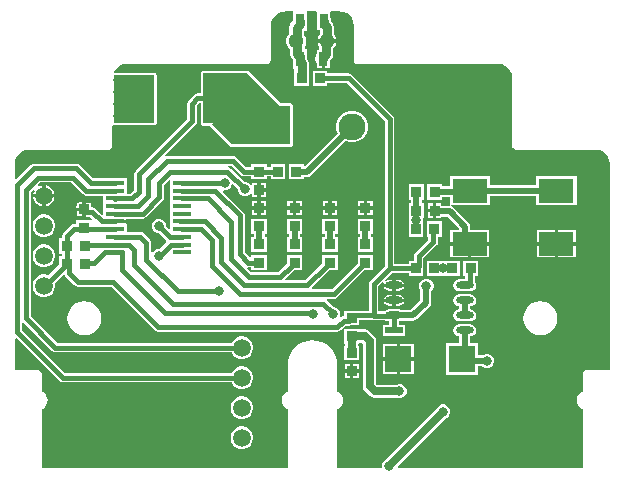
<source format=gbr>
%TF.GenerationSoftware,Altium Limited,Altium Designer,21.6.4 (81)*%
G04 Layer_Physical_Order=2*
G04 Layer_Color=16711680*
%FSLAX43Y43*%
%MOMM*%
%TF.SameCoordinates,1CE7F002-25C6-4FEA-A4B7-191A7A1919B5*%
%TF.FilePolarity,Positive*%
%TF.FileFunction,Copper,L2,Bot,Signal*%
%TF.Part,Single*%
G01*
G75*
%TA.AperFunction,SMDPad,CuDef*%
%ADD10R,0.850X0.900*%
%ADD11R,1.500X0.600*%
%ADD12O,1.500X0.600*%
%TA.AperFunction,Conductor*%
%ADD18C,0.400*%
%ADD19C,0.500*%
%TA.AperFunction,ComponentPad*%
%ADD24C,1.300*%
%ADD25C,1.500*%
%TA.AperFunction,ViaPad*%
%ADD27C,0.800*%
%TA.AperFunction,SMDPad,CuDef*%
%ADD28R,0.800X1.250*%
%ADD29R,0.900X0.850*%
%ADD30R,1.800X1.450*%
%ADD31R,2.300X2.300*%
%ADD32R,1.600X0.400*%
%ADD33R,3.000X2.000*%
%TA.AperFunction,Conductor*%
%ADD34C,0.700*%
%ADD35C,0.800*%
%ADD36C,0.300*%
%ADD37R,3.220X3.300*%
%ADD38R,3.515X4.290*%
%ADD39R,3.480X4.040*%
%TA.AperFunction,ComponentPad*%
%ADD40C,2.286*%
G36*
X27852Y48416D02*
Y48416D01*
X27974Y48404D01*
X28155Y48380D01*
X28437Y48263D01*
X28680Y48077D01*
X28866Y47835D01*
X28983Y47553D01*
X29020Y47269D01*
X29017Y47252D01*
Y44302D01*
X29042Y44175D01*
X29115Y44067D01*
X29223Y43994D01*
X29350Y43969D01*
X29360Y43971D01*
X29370Y43969D01*
X41239D01*
X41252Y43966D01*
Y43966D01*
X41374Y43954D01*
X41555Y43930D01*
X41837Y43813D01*
X42080Y43627D01*
X42266Y43385D01*
X42383Y43103D01*
X42420Y42819D01*
X42417Y42802D01*
Y37052D01*
X42442Y36925D01*
X42515Y36817D01*
X42623Y36744D01*
X42750Y36719D01*
X49489D01*
X49502Y36716D01*
Y36716D01*
X49624Y36704D01*
X49805Y36680D01*
X50087Y36563D01*
X50330Y36377D01*
X50516Y36135D01*
X50633Y35853D01*
X50670Y35569D01*
X50667Y35552D01*
Y18086D01*
X48750D01*
X48623Y18060D01*
X48515Y17988D01*
X48442Y17880D01*
X48417Y17752D01*
X48417Y17752D01*
X48417Y17752D01*
Y16257D01*
X48333Y16222D01*
X48161Y16090D01*
X48028Y15917D01*
X47945Y15716D01*
X47916Y15500D01*
X47945Y15284D01*
X48028Y15083D01*
X48161Y14910D01*
X48333Y14778D01*
X48417Y14743D01*
Y9760D01*
X32779D01*
X32730Y9877D01*
X36845Y13992D01*
X36940Y14031D01*
X37109Y14200D01*
X37200Y14421D01*
Y14659D01*
X37109Y14880D01*
X36940Y15049D01*
X36719Y15140D01*
X36481D01*
X36260Y15049D01*
X36091Y14880D01*
X36052Y14785D01*
X31765Y10498D01*
X31670Y10459D01*
X31501Y10290D01*
X31410Y10069D01*
Y9831D01*
X31363Y9760D01*
X27593D01*
Y14743D01*
X27677Y14778D01*
X27850Y14910D01*
X27982Y15083D01*
X28066Y15284D01*
X28094Y15500D01*
X28066Y15716D01*
X27982Y15917D01*
X27850Y16090D01*
X27677Y16222D01*
X27593Y16257D01*
Y18490D01*
X27593Y18490D01*
X27597D01*
X27557Y18897D01*
X27438Y19289D01*
X27245Y19649D01*
X26986Y19966D01*
X26670Y20225D01*
X26309Y20418D01*
X25917Y20537D01*
X25510Y20577D01*
X25103Y20537D01*
X24711Y20418D01*
X24351Y20225D01*
X24034Y19966D01*
X23775Y19649D01*
X23582Y19289D01*
X23463Y18897D01*
X23423Y18490D01*
X23427D01*
Y16257D01*
X23343Y16222D01*
X23170Y16090D01*
X23038Y15917D01*
X22954Y15716D01*
X22926Y15500D01*
X22954Y15284D01*
X23038Y15083D01*
X23170Y14910D01*
X23343Y14778D01*
X23427Y14743D01*
Y9760D01*
X2584D01*
Y14743D01*
X2667Y14778D01*
X2840Y14910D01*
X2973Y15083D01*
X3056Y15284D01*
X3084Y15500D01*
X3056Y15716D01*
X2973Y15917D01*
X2840Y16090D01*
X2667Y16222D01*
X2584Y16257D01*
Y17752D01*
X2584Y17752D01*
X2558Y17880D01*
X2486Y17988D01*
X2378Y18060D01*
X2250Y18086D01*
X334D01*
Y20724D01*
X451Y20772D01*
X4102Y17122D01*
X4102Y17122D01*
X4234Y17033D01*
X4390Y17002D01*
X18673D01*
X18774Y16827D01*
X18951Y16650D01*
X19168Y16525D01*
X19410Y16460D01*
X19660D01*
X19901Y16525D01*
X20118Y16650D01*
X20295Y16827D01*
X20420Y17043D01*
X20485Y17285D01*
Y17535D01*
X20420Y17777D01*
X20295Y17993D01*
X20118Y18170D01*
X19901Y18295D01*
X19660Y18360D01*
X19410D01*
X19168Y18295D01*
X18951Y18170D01*
X18774Y17993D01*
X18673Y17818D01*
X4559D01*
X928Y21449D01*
Y22016D01*
X1055Y22068D01*
X3462Y19662D01*
X3594Y19573D01*
X3750Y19542D01*
X18673D01*
X18774Y19367D01*
X18951Y19190D01*
X19168Y19065D01*
X19410Y19000D01*
X19660D01*
X19901Y19065D01*
X20118Y19190D01*
X20295Y19367D01*
X20420Y19583D01*
X20485Y19825D01*
Y20075D01*
X20420Y20317D01*
X20295Y20533D01*
X20118Y20710D01*
X19901Y20835D01*
X19660Y20900D01*
X19410D01*
X19168Y20835D01*
X18951Y20710D01*
X18774Y20533D01*
X18673Y20358D01*
X3919D01*
X1662Y22615D01*
Y33115D01*
X1881Y33334D01*
X1983Y33256D01*
X1931Y33167D01*
X1878Y32970D01*
X2620D01*
Y33712D01*
X2423Y33659D01*
X2334Y33607D01*
X2256Y33709D01*
X2489Y33942D01*
X5091D01*
X6087Y32947D01*
X6087Y32947D01*
X6219Y32858D01*
X6375Y32827D01*
X6375Y32827D01*
X7790D01*
Y32185D01*
Y31253D01*
X7673Y31204D01*
X7149Y31728D01*
X7016Y31817D01*
X6860Y31848D01*
X6780Y31935D01*
Y32240D01*
X6330D01*
Y31665D01*
Y31047D01*
X6405Y31032D01*
X6691D01*
X6875Y30848D01*
X6804Y30740D01*
X5530D01*
Y30428D01*
X5340D01*
X5340Y30428D01*
X5184Y30396D01*
X5051Y30308D01*
X5051Y30308D01*
X4472Y29729D01*
X4384Y29596D01*
X4352Y29440D01*
X4352Y29440D01*
Y29220D01*
X4070D01*
Y27920D01*
X4287D01*
Y27690D01*
X4070D01*
Y26992D01*
X3154Y26075D01*
X3137Y26085D01*
X2895Y26150D01*
X2645D01*
X2403Y26085D01*
X2187Y25960D01*
X2010Y25783D01*
X1885Y25567D01*
X1820Y25325D01*
Y25075D01*
X1885Y24833D01*
X2010Y24617D01*
X2187Y24440D01*
X2403Y24315D01*
X2645Y24250D01*
X2895D01*
X3137Y24315D01*
X3353Y24440D01*
X3530Y24617D01*
X3655Y24833D01*
X3720Y25075D01*
Y25325D01*
X3686Y25454D01*
X4371Y26140D01*
X4408Y26140D01*
X4522Y26110D01*
X4589Y26010D01*
X5357Y25242D01*
X5489Y25153D01*
X5646Y25122D01*
X8461D01*
X12165Y21418D01*
X12165Y21418D01*
X12297Y21330D01*
X12453Y21299D01*
X12453Y21299D01*
X27617D01*
X27617Y21299D01*
X27773Y21330D01*
X27905Y21418D01*
X28092Y21605D01*
X28190Y21524D01*
X28190Y21413D01*
Y20285D01*
X28269D01*
Y20130D01*
X28190D01*
Y18880D01*
X29490D01*
Y20130D01*
X29391D01*
Y20285D01*
X29490D01*
Y20369D01*
X29708D01*
X29789Y20288D01*
Y16670D01*
X29832Y16455D01*
X29953Y16274D01*
X30374Y15853D01*
X30555Y15732D01*
X30770Y15689D01*
X32666D01*
X32761Y15650D01*
X32999D01*
X33220Y15741D01*
X33389Y15910D01*
X33480Y16131D01*
Y16369D01*
X33389Y16590D01*
X33220Y16759D01*
X32999Y16850D01*
X32761D01*
X32666Y16811D01*
X31002D01*
X30911Y16902D01*
Y20520D01*
X30868Y20735D01*
X30747Y20916D01*
X30336Y21327D01*
X30155Y21448D01*
X29940Y21491D01*
X29490D01*
Y21535D01*
X28316D01*
X28201Y21535D01*
X28120Y21633D01*
X28314Y21827D01*
X28615D01*
X28615Y21827D01*
X28654Y21835D01*
X29490D01*
Y22277D01*
X30561D01*
X30687Y22252D01*
X31699D01*
X31768Y22206D01*
X31963Y22167D01*
X32006D01*
Y21907D01*
X31463D01*
Y20907D01*
X33363D01*
Y21907D01*
X32821D01*
Y22167D01*
X32863D01*
X33059Y22206D01*
X33077Y22218D01*
X34017D01*
X34192Y22253D01*
X34341Y22352D01*
X35437Y23448D01*
X35536Y23597D01*
X35571Y23773D01*
Y24733D01*
X35679Y24840D01*
X35770Y25061D01*
Y25299D01*
X35679Y25520D01*
X35510Y25689D01*
X35289Y25780D01*
X35051D01*
X34830Y25689D01*
X34661Y25520D01*
X34570Y25299D01*
Y25061D01*
X34654Y24858D01*
Y23963D01*
X33827Y23136D01*
X33077D01*
X33059Y23148D01*
X32863Y23187D01*
X31963D01*
X31768Y23148D01*
X31649Y23068D01*
X31095D01*
Y25138D01*
X31463Y25506D01*
X31561Y25425D01*
X31540Y25392D01*
X31534Y25367D01*
X32263D01*
Y25676D01*
X31963D01*
X31788Y25641D01*
X31755Y25619D01*
X31674Y25717D01*
X32209Y26252D01*
X33657D01*
Y26010D01*
X34907D01*
Y26846D01*
X34915Y26885D01*
Y27508D01*
X36018Y28612D01*
X36018Y28612D01*
X36107Y28744D01*
X36138Y28900D01*
Y29335D01*
X36463D01*
Y30635D01*
X35213D01*
Y29335D01*
X35322D01*
Y29069D01*
X34218Y27965D01*
X34130Y27833D01*
X34099Y27677D01*
X34099Y27677D01*
Y27310D01*
X33657D01*
Y27068D01*
X32448D01*
Y39300D01*
X32448Y39300D01*
X32417Y39456D01*
X32328Y39588D01*
X32328Y39588D01*
X28868Y43048D01*
X28736Y43137D01*
X28580Y43168D01*
X28580Y43168D01*
X26780D01*
Y43410D01*
X25530D01*
Y42110D01*
X26780D01*
Y42352D01*
X28411D01*
X31632Y39131D01*
Y26829D01*
X30399Y25595D01*
X30310Y25463D01*
X30279Y25307D01*
X30279Y25307D01*
Y23093D01*
X29090D01*
X29090Y23093D01*
X29051Y23085D01*
X28190D01*
Y22643D01*
X28145D01*
X27989Y22612D01*
X27944Y22582D01*
X27841Y22666D01*
X27860Y22711D01*
Y22949D01*
X27769Y23170D01*
X27600Y23339D01*
X27379Y23430D01*
X27260D01*
X26735Y23955D01*
X26758Y24046D01*
X26783Y24082D01*
X27340D01*
X27340Y24082D01*
X27496Y24113D01*
X27628Y24202D01*
X29952Y26525D01*
X30650D01*
Y27775D01*
X29350D01*
Y27077D01*
X27171Y24898D01*
X25504D01*
X25451Y25025D01*
X26952Y26525D01*
X27650D01*
Y27775D01*
X26350D01*
Y27077D01*
X24911Y25638D01*
X23239D01*
X23186Y25765D01*
X23946Y26525D01*
X24645D01*
Y27775D01*
X23345D01*
Y27077D01*
X22625Y26358D01*
X20279D01*
X20010Y26627D01*
X20072Y26744D01*
X20080Y26742D01*
X20345D01*
Y26525D01*
X21645D01*
Y27775D01*
X20345D01*
Y27633D01*
X20218Y27589D01*
X19768Y28039D01*
Y31180D01*
X19737Y31336D01*
X19648Y31468D01*
X17959Y33158D01*
X18011Y33285D01*
X18194D01*
X18415Y33376D01*
X18584Y33545D01*
X18658Y33726D01*
X18792Y33771D01*
X19190Y33374D01*
Y33231D01*
X19281Y33010D01*
X19450Y32842D01*
X19671Y32750D01*
X19909D01*
X20130Y32842D01*
X20273Y32985D01*
X20392Y32951D01*
X20400Y32946D01*
Y32735D01*
X20850D01*
Y33310D01*
Y33885D01*
X20400D01*
Y33755D01*
X20392Y33750D01*
X20273Y33716D01*
X20130Y33859D01*
X19909Y33950D01*
X19767D01*
X18599Y35119D01*
X18466Y35207D01*
X18375Y35225D01*
X18387Y35352D01*
X18661D01*
X19442Y34572D01*
X19442Y34572D01*
X19574Y34483D01*
X19730Y34452D01*
X19730Y34452D01*
X20350D01*
Y34235D01*
X21650D01*
Y34447D01*
X21975D01*
Y34200D01*
X23225D01*
Y35500D01*
X21975D01*
Y35263D01*
X21650D01*
Y35485D01*
X20350D01*
Y35268D01*
X19899D01*
X19118Y36048D01*
X18986Y36137D01*
X18830Y36168D01*
X18830Y36168D01*
X13170D01*
X13170Y36168D01*
X13113Y36156D01*
X13050Y36274D01*
X15618Y38842D01*
X15618Y38842D01*
X15707Y38974D01*
X15738Y39130D01*
X15738Y39130D01*
Y40451D01*
X15944Y40657D01*
X16071Y40650D01*
Y38920D01*
X16087Y38842D01*
X16131Y38776D01*
X16197Y38732D01*
X16275Y38716D01*
X16868D01*
X16873Y38708D01*
X16873Y38708D01*
X18566Y37016D01*
X18632Y36972D01*
X18710Y36956D01*
X23650Y36956D01*
X23728Y36972D01*
X23794Y37016D01*
X23838Y37082D01*
X23854Y37160D01*
Y39530D01*
X23854Y39530D01*
X23854Y39530D01*
Y40460D01*
X23838Y40538D01*
X23794Y40604D01*
X23728Y40648D01*
X23650Y40664D01*
X22804D01*
X20114Y43354D01*
X20048Y43398D01*
X19970Y43414D01*
X16275D01*
X16197Y43398D01*
X16131Y43354D01*
X16087Y43288D01*
X16071Y43210D01*
Y41478D01*
X15780D01*
X15624Y41447D01*
X15492Y41358D01*
X15492Y41358D01*
X15042Y40908D01*
X14953Y40776D01*
X14922Y40620D01*
X14922Y40620D01*
Y39299D01*
X10535Y34912D01*
X10447Y34780D01*
X10416Y34624D01*
X10416Y34624D01*
Y33303D01*
X10106Y32993D01*
X9790D01*
Y34285D01*
X8829D01*
X8790Y34293D01*
X6934D01*
X5808Y35418D01*
X5676Y35507D01*
X5520Y35538D01*
X5520Y35538D01*
X1960D01*
X1804Y35507D01*
X1672Y35418D01*
X451Y34198D01*
X334Y34246D01*
Y35552D01*
X332Y35564D01*
X370Y35855D01*
X487Y36137D01*
X673Y36380D01*
X915Y36566D01*
X1197Y36683D01*
X1489Y36721D01*
X1500Y36719D01*
X8250D01*
X8378Y36744D01*
X8486Y36817D01*
X8558Y36925D01*
X8584Y37052D01*
Y38738D01*
X8630Y38776D01*
X12110D01*
X12188Y38792D01*
X12254Y38836D01*
X12298Y38902D01*
X12314Y38980D01*
Y43020D01*
X12298Y43098D01*
X12254Y43164D01*
X12188Y43208D01*
X12110Y43224D01*
X8793D01*
X8723Y43330D01*
X8747Y43387D01*
X8933Y43630D01*
X9175Y43816D01*
X9457Y43933D01*
X9743Y43970D01*
X9750Y43969D01*
X21650D01*
X21778Y43994D01*
X21886Y44067D01*
X21958Y44175D01*
X21984Y44302D01*
Y47252D01*
X21982Y47260D01*
X22020Y47545D01*
X22137Y47827D01*
X22323Y48070D01*
X22565Y48256D01*
X22847Y48373D01*
X23147Y48412D01*
X23150Y48409D01*
Y48409D01*
X23201Y48419D01*
X23756D01*
X23881Y48415D01*
X23881Y48292D01*
Y47649D01*
X23876Y47626D01*
X23737Y47486D01*
X23604Y47288D01*
X23558Y47054D01*
Y46510D01*
X23470Y46422D01*
X23358Y46228D01*
X23300Y46012D01*
Y45788D01*
X23358Y45572D01*
X23470Y45378D01*
X23628Y45220D01*
X23634Y45216D01*
Y44830D01*
X23680Y44596D01*
X23813Y44397D01*
X23838Y44372D01*
Y44175D01*
X23850Y44116D01*
Y43575D01*
X23993D01*
Y43410D01*
X23980D01*
Y42110D01*
X25230D01*
Y43410D01*
X25217D01*
Y44020D01*
X25170Y44254D01*
X25057Y44424D01*
X25050Y44459D01*
Y44566D01*
X25062Y44625D01*
X25050Y44684D01*
Y45225D01*
X24857D01*
Y45425D01*
X24942Y45572D01*
X25000Y45788D01*
Y46012D01*
X24942Y46228D01*
X24830Y46422D01*
X24781Y46471D01*
Y46765D01*
X25081D01*
Y47306D01*
X25093Y47365D01*
Y47590D01*
X25081Y47649D01*
X25081Y48415D01*
X25207Y48419D01*
X25826D01*
X25931Y48365D01*
X25931Y48292D01*
Y47847D01*
X25916Y47824D01*
X25869Y47590D01*
Y47365D01*
X25916Y47131D01*
X25931Y47108D01*
Y46815D01*
X26119D01*
Y46400D01*
X26110Y46391D01*
X26005Y46209D01*
X25962Y46050D01*
X26750D01*
X27538D01*
X27495Y46209D01*
X27390Y46391D01*
X27342Y46439D01*
Y47116D01*
X27296Y47350D01*
X27163Y47549D01*
X27086Y47626D01*
X27046Y47824D01*
X27031Y47847D01*
X27031Y48365D01*
X27136Y48419D01*
X27839D01*
X27852Y48416D01*
D02*
G37*
G36*
X23650Y39530D02*
Y37160D01*
X18710Y37160D01*
X17017Y38853D01*
X17066Y38970D01*
X18225D01*
Y39695D01*
X17175D01*
Y39845D01*
X17025D01*
Y40720D01*
X16275D01*
Y41420D01*
X17025D01*
Y42295D01*
X17175D01*
Y42445D01*
X18225D01*
Y43170D01*
X18335Y43210D01*
X19970D01*
X23650Y39530D01*
D02*
G37*
G36*
X13490Y34124D02*
Y33485D01*
Y32835D01*
Y32185D01*
Y31535D01*
Y30885D01*
Y30030D01*
X13373Y29982D01*
X13098Y30257D01*
Y30399D01*
X13006Y30620D01*
X12838Y30789D01*
X12617Y30880D01*
X12378D01*
X12158Y30789D01*
X11989Y30620D01*
X11898Y30399D01*
Y30161D01*
X11989Y29940D01*
X12158Y29771D01*
X12378Y29680D01*
X12521D01*
X13142Y29059D01*
X13154Y29035D01*
X13156Y28893D01*
X12599Y28335D01*
X12381D01*
X12160Y28244D01*
X11991Y28075D01*
X11975Y28035D01*
X11848Y28061D01*
Y28821D01*
X11817Y28977D01*
X11728Y29109D01*
X11728Y29109D01*
X11214Y29623D01*
X11082Y29712D01*
X10926Y29743D01*
X10926Y29743D01*
X9790D01*
Y30385D01*
X9740D01*
Y30485D01*
X8790D01*
Y30785D01*
X9740D01*
Y30877D01*
X11135D01*
X11135Y30877D01*
X11291Y30908D01*
X11423Y30997D01*
X12828Y32402D01*
X12828Y32402D01*
X12917Y32534D01*
X12948Y32690D01*
Y33761D01*
X13363Y34177D01*
X13490Y34124D01*
D02*
G37*
%LPC*%
G36*
X27538Y45750D02*
X26750D01*
X25962D01*
X26005Y45591D01*
X26043Y45525D01*
Y45175D01*
X25900D01*
Y44882D01*
X25885Y44859D01*
X25851Y44688D01*
X25815Y44634D01*
X25768Y44400D01*
X25815Y44166D01*
X25900Y44039D01*
Y43625D01*
X26300D01*
Y44400D01*
X26600D01*
Y43625D01*
X27000D01*
Y44143D01*
X27015Y44166D01*
X27055Y44365D01*
X27087Y44397D01*
X27220Y44596D01*
X27266Y44830D01*
Y45285D01*
X27390Y45409D01*
X27495Y45591D01*
X27538Y45750D01*
D02*
G37*
G36*
X29037Y40008D02*
X28683D01*
X28342Y39916D01*
X28035Y39740D01*
X27785Y39490D01*
X27609Y39183D01*
X27517Y38842D01*
Y38488D01*
X27609Y38147D01*
X27639Y38093D01*
X24902Y35356D01*
X24775Y35408D01*
Y35500D01*
X23525D01*
Y34200D01*
X24775D01*
Y34378D01*
X25032D01*
X25208Y34413D01*
X25357Y34513D01*
X28288Y37444D01*
X28342Y37414D01*
X28683Y37322D01*
X29037D01*
X29378Y37414D01*
X29685Y37590D01*
X29935Y37840D01*
X30111Y38147D01*
X30203Y38488D01*
Y38842D01*
X30111Y39183D01*
X29935Y39490D01*
X29685Y39740D01*
X29378Y39916D01*
X29037Y40008D01*
D02*
G37*
G36*
X47875Y34450D02*
X44475D01*
Y33709D01*
X40525D01*
Y34450D01*
X37125D01*
Y33599D01*
X36490D01*
Y33790D01*
X35240D01*
Y32490D01*
X36490D01*
Y32681D01*
X37125D01*
Y32070D01*
X37125Y32050D01*
X37077Y31943D01*
X36430D01*
Y32160D01*
X36005D01*
Y31560D01*
Y30960D01*
X36430D01*
Y31025D01*
X36956D01*
X37954Y30027D01*
X37940Y29900D01*
X37175D01*
Y28900D01*
X38825D01*
X40475D01*
Y29900D01*
X38882D01*
Y30207D01*
X38847Y30383D01*
X38747Y30532D01*
X37471Y31808D01*
X37322Y31908D01*
X37245Y31923D01*
X37258Y32050D01*
X40525D01*
Y32791D01*
X44475D01*
Y32050D01*
X47875D01*
Y34450D01*
D02*
G37*
G36*
X21600Y33885D02*
X21150D01*
Y33460D01*
X21600D01*
Y33885D01*
D02*
G37*
G36*
X2920Y33712D02*
Y32970D01*
X3662D01*
X3609Y33167D01*
X3490Y33373D01*
X3323Y33540D01*
X3117Y33659D01*
X2920Y33712D01*
D02*
G37*
G36*
X21600Y33160D02*
X21150D01*
Y32735D01*
X21600D01*
Y33160D01*
D02*
G37*
G36*
X2620Y32670D02*
X1878D01*
X1931Y32473D01*
X2050Y32267D01*
X2217Y32100D01*
X2423Y31981D01*
X2620Y31928D01*
Y32670D01*
D02*
G37*
G36*
X3662D02*
X2920D01*
Y31928D01*
X3117Y31981D01*
X3323Y32100D01*
X3490Y32267D01*
X3609Y32473D01*
X3662Y32670D01*
D02*
G37*
G36*
X24600Y32350D02*
X24150D01*
Y31925D01*
X24600D01*
Y32350D01*
D02*
G37*
G36*
X21600D02*
X21150D01*
Y31925D01*
X21600D01*
Y32350D01*
D02*
G37*
G36*
X30600D02*
X30150D01*
Y31925D01*
X30600D01*
Y32350D01*
D02*
G37*
G36*
X27600D02*
X27150D01*
Y31925D01*
X27600D01*
Y32350D01*
D02*
G37*
G36*
X26850D02*
X26400D01*
Y31925D01*
X26850D01*
Y32350D01*
D02*
G37*
G36*
X29850D02*
X29400D01*
Y31925D01*
X29850D01*
Y32350D01*
D02*
G37*
G36*
X20850D02*
X20400D01*
Y31925D01*
X20850D01*
Y32350D01*
D02*
G37*
G36*
X23850D02*
X23400D01*
Y31925D01*
X23850D01*
Y32350D01*
D02*
G37*
G36*
X5930Y32323D02*
X5774Y32292D01*
X5696Y32240D01*
X5580D01*
Y32111D01*
X5553Y32071D01*
X5522Y31915D01*
Y31890D01*
X5522Y31890D01*
X5537Y31815D01*
X6030D01*
Y32303D01*
X5930Y32323D01*
D02*
G37*
G36*
X35705Y32160D02*
X35280D01*
Y31710D01*
X35705D01*
Y32160D01*
D02*
G37*
G36*
X30600Y31625D02*
X30150D01*
Y31200D01*
X30600D01*
Y31625D01*
D02*
G37*
G36*
X29850D02*
X29400D01*
Y31200D01*
X29850D01*
Y31625D01*
D02*
G37*
G36*
X27600D02*
X27150D01*
Y31200D01*
X27600D01*
Y31625D01*
D02*
G37*
G36*
X26850D02*
X26400D01*
Y31200D01*
X26850D01*
Y31625D01*
D02*
G37*
G36*
X24600D02*
X24150D01*
Y31200D01*
X24600D01*
Y31625D01*
D02*
G37*
G36*
X23850D02*
X23400D01*
Y31200D01*
X23850D01*
Y31625D01*
D02*
G37*
G36*
X21600D02*
X21150D01*
Y31200D01*
X21600D01*
Y31625D01*
D02*
G37*
G36*
X20850D02*
X20400D01*
Y31200D01*
X20850D01*
Y31625D01*
D02*
G37*
G36*
X6030Y31515D02*
X5580D01*
Y31090D01*
X6030D01*
Y31515D01*
D02*
G37*
G36*
X35705Y31410D02*
X35280D01*
Y30960D01*
X35705D01*
Y31410D01*
D02*
G37*
G36*
X34940Y33790D02*
X33690D01*
Y32490D01*
X33851D01*
Y32210D01*
X33680D01*
Y30910D01*
X33695D01*
X33708Y30890D01*
Y30651D01*
X33697Y30635D01*
X33663D01*
Y29335D01*
X34913D01*
Y30635D01*
X34913D01*
X34906Y30646D01*
X34908Y30651D01*
Y30890D01*
X34922Y30910D01*
X34930D01*
Y32210D01*
X34769D01*
Y32490D01*
X34940D01*
Y33790D01*
D02*
G37*
G36*
X2895Y31230D02*
X2645D01*
X2403Y31165D01*
X2187Y31040D01*
X2010Y30863D01*
X1885Y30647D01*
X1820Y30405D01*
Y30155D01*
X1885Y29913D01*
X2010Y29697D01*
X2187Y29520D01*
X2403Y29395D01*
X2645Y29330D01*
X2895D01*
X3137Y29395D01*
X3353Y29520D01*
X3530Y29697D01*
X3655Y29913D01*
X3720Y30155D01*
Y30405D01*
X3655Y30647D01*
X3530Y30863D01*
X3353Y31040D01*
X3137Y31165D01*
X2895Y31230D01*
D02*
G37*
G36*
X47825Y29900D02*
X46325D01*
Y28900D01*
X47825D01*
Y29900D01*
D02*
G37*
G36*
X46025D02*
X44525D01*
Y28900D01*
X46025D01*
Y29900D01*
D02*
G37*
G36*
X30650Y30850D02*
X29350D01*
Y29600D01*
X29541D01*
Y29325D01*
X29350D01*
Y28075D01*
X30650D01*
Y29325D01*
X30459D01*
Y29600D01*
X30650D01*
Y30850D01*
D02*
G37*
G36*
X27650D02*
X26350D01*
Y29600D01*
X26541D01*
Y29325D01*
X26350D01*
Y28075D01*
X27650D01*
Y29325D01*
X27459D01*
Y29600D01*
X27650D01*
Y30850D01*
D02*
G37*
G36*
X24650D02*
X23350D01*
Y29600D01*
X23539D01*
Y29325D01*
X23345D01*
Y28075D01*
X24645D01*
Y29325D01*
X24456D01*
Y29600D01*
X24650D01*
Y30850D01*
D02*
G37*
G36*
X21650D02*
X20350D01*
Y29600D01*
X20539D01*
Y29325D01*
X20345D01*
Y28075D01*
X21645D01*
Y29325D01*
X21456D01*
Y29600D01*
X21650D01*
Y30850D01*
D02*
G37*
G36*
X47825Y28600D02*
X46325D01*
Y27600D01*
X47825D01*
Y28600D01*
D02*
G37*
G36*
X46025D02*
X44525D01*
Y27600D01*
X46025D01*
Y28600D01*
D02*
G37*
G36*
X40475Y28600D02*
X38975D01*
Y27600D01*
X40475D01*
Y28600D01*
D02*
G37*
G36*
X38675D02*
X37175D01*
Y27600D01*
X38675D01*
Y28600D01*
D02*
G37*
G36*
X37980Y27310D02*
X36730D01*
Y27260D01*
X36729Y27260D01*
X36491D01*
X36457Y27283D01*
Y27310D01*
X35207D01*
Y26010D01*
X36457D01*
Y26037D01*
X36491Y26060D01*
X36729D01*
X36730Y26060D01*
Y26010D01*
X37980D01*
Y27310D01*
D02*
G37*
G36*
X2895Y28690D02*
X2645D01*
X2403Y28625D01*
X2187Y28500D01*
X2010Y28323D01*
X1885Y28107D01*
X1820Y27865D01*
Y27615D01*
X1885Y27373D01*
X2010Y27157D01*
X2187Y26980D01*
X2403Y26855D01*
X2645Y26790D01*
X2895D01*
X3137Y26855D01*
X3353Y26980D01*
X3530Y27157D01*
X3655Y27373D01*
X3720Y27615D01*
Y27865D01*
X3655Y28107D01*
X3530Y28323D01*
X3353Y28500D01*
X3137Y28625D01*
X2895Y28690D01*
D02*
G37*
G36*
X32863Y25676D02*
X32563D01*
Y25367D01*
X33292D01*
X33287Y25392D01*
X33188Y25541D01*
X33039Y25641D01*
X32863Y25676D01*
D02*
G37*
G36*
X33292Y25067D02*
X32563D01*
Y24758D01*
X32863D01*
X33039Y24793D01*
X33188Y24892D01*
X33287Y25041D01*
X33292Y25067D01*
D02*
G37*
G36*
X32263D02*
X31534D01*
X31540Y25041D01*
X31639Y24892D01*
X31788Y24793D01*
X31963Y24758D01*
X32263D01*
Y25067D01*
D02*
G37*
G36*
X39530Y27310D02*
X38280D01*
Y26010D01*
X38452D01*
Y25727D01*
X37963D01*
X37768Y25688D01*
X37603Y25577D01*
X37492Y25412D01*
X37454Y25217D01*
X37492Y25022D01*
X37603Y24856D01*
X37768Y24746D01*
X37963Y24707D01*
X38863D01*
X39059Y24746D01*
X39224Y24856D01*
X39334Y25022D01*
X39373Y25217D01*
X39334Y25412D01*
X39268Y25511D01*
Y26010D01*
X39530D01*
Y27310D01*
D02*
G37*
G36*
X32863Y24406D02*
X32563D01*
Y24097D01*
X33292D01*
X33287Y24122D01*
X33188Y24271D01*
X33039Y24371D01*
X32863Y24406D01*
D02*
G37*
G36*
X32263D02*
X31963D01*
X31788Y24371D01*
X31639Y24271D01*
X31540Y24122D01*
X31534Y24097D01*
X32263D01*
Y24406D01*
D02*
G37*
G36*
X33292Y23797D02*
X32563D01*
Y23488D01*
X32863D01*
X33039Y23523D01*
X33188Y23622D01*
X33287Y23771D01*
X33292Y23797D01*
D02*
G37*
G36*
X32263D02*
X31534D01*
X31540Y23771D01*
X31639Y23622D01*
X31788Y23523D01*
X31963Y23488D01*
X32263D01*
Y23797D01*
D02*
G37*
G36*
X38863Y24457D02*
X37963D01*
X37768Y24418D01*
X37603Y24307D01*
X37492Y24142D01*
X37454Y23947D01*
X37492Y23752D01*
X37603Y23586D01*
X37768Y23476D01*
X37955Y23439D01*
Y23185D01*
X37768Y23148D01*
X37603Y23037D01*
X37492Y22872D01*
X37454Y22677D01*
X37492Y22482D01*
X37603Y22316D01*
X37768Y22206D01*
X37963Y22167D01*
X38863D01*
X39059Y22206D01*
X39224Y22316D01*
X39334Y22482D01*
X39373Y22677D01*
X39334Y22872D01*
X39224Y23037D01*
X39059Y23148D01*
X38872Y23185D01*
Y23439D01*
X39059Y23476D01*
X39224Y23586D01*
X39334Y23752D01*
X39373Y23947D01*
X39334Y24142D01*
X39224Y24307D01*
X39059Y24418D01*
X38863Y24457D01*
D02*
G37*
G36*
X44800Y23892D02*
X44428Y23843D01*
X44081Y23699D01*
X43783Y23470D01*
X43554Y23172D01*
X43410Y22825D01*
X43361Y22452D01*
X43410Y22080D01*
X43554Y21733D01*
X43783Y21435D01*
X44081Y21206D01*
X44428Y21062D01*
X44800Y21013D01*
X45173Y21062D01*
X45520Y21206D01*
X45818Y21435D01*
X46047Y21733D01*
X46191Y22080D01*
X46240Y22452D01*
X46191Y22825D01*
X46047Y23172D01*
X45818Y23470D01*
X45520Y23699D01*
X45173Y23843D01*
X44800Y23892D01*
D02*
G37*
G36*
X6200D02*
X5828Y23843D01*
X5481Y23699D01*
X5183Y23470D01*
X4954Y23172D01*
X4810Y22825D01*
X4761Y22452D01*
X4810Y22080D01*
X4954Y21733D01*
X5183Y21435D01*
X5481Y21206D01*
X5828Y21062D01*
X6200Y21013D01*
X6573Y21062D01*
X6920Y21206D01*
X7218Y21435D01*
X7447Y21733D01*
X7591Y22080D01*
X7640Y22452D01*
X7591Y22825D01*
X7447Y23172D01*
X7218Y23470D01*
X6920Y23699D01*
X6573Y23843D01*
X6200Y23892D01*
D02*
G37*
G36*
X34090Y20280D02*
X32940D01*
Y19130D01*
X34090D01*
Y20280D01*
D02*
G37*
G36*
X32640D02*
X31490D01*
Y19130D01*
X32640D01*
Y20280D01*
D02*
G37*
G36*
X38863Y21917D02*
X37963D01*
X37768Y21878D01*
X37603Y21767D01*
X37492Y21602D01*
X37454Y21407D01*
X37492Y21212D01*
X37603Y21046D01*
X37768Y20936D01*
X37955Y20899D01*
Y20330D01*
X36840D01*
Y17630D01*
X39540D01*
Y18381D01*
X39900D01*
X39950Y18331D01*
X40171Y18240D01*
X40409D01*
X40630Y18331D01*
X40799Y18500D01*
X40890Y18721D01*
Y18959D01*
X40799Y19180D01*
X40630Y19349D01*
X40409Y19440D01*
X40171D01*
X39950Y19349D01*
X39900Y19299D01*
X39540D01*
Y20330D01*
X38872D01*
Y20899D01*
X39059Y20936D01*
X39224Y21046D01*
X39334Y21212D01*
X39373Y21407D01*
X39334Y21602D01*
X39224Y21767D01*
X39059Y21878D01*
X38863Y21917D01*
D02*
G37*
G36*
X29440Y18530D02*
X28990D01*
Y18105D01*
X29440D01*
Y18530D01*
D02*
G37*
G36*
X28690D02*
X28240D01*
Y18105D01*
X28690D01*
Y18530D01*
D02*
G37*
G36*
X34090Y18830D02*
X32940D01*
Y17680D01*
X34090D01*
Y18830D01*
D02*
G37*
G36*
X32640D02*
X31490D01*
Y17680D01*
X32640D01*
Y18830D01*
D02*
G37*
G36*
X29440Y17805D02*
X28990D01*
Y17380D01*
X29440D01*
Y17805D01*
D02*
G37*
G36*
X28690D02*
X28240D01*
Y17380D01*
X28690D01*
Y17805D01*
D02*
G37*
G36*
X19660Y15820D02*
X19410D01*
X19168Y15755D01*
X18951Y15630D01*
X18774Y15453D01*
X18649Y15237D01*
X18585Y14995D01*
Y14745D01*
X18649Y14503D01*
X18774Y14287D01*
X18951Y14110D01*
X19168Y13985D01*
X19410Y13920D01*
X19660D01*
X19901Y13985D01*
X20118Y14110D01*
X20295Y14287D01*
X20420Y14503D01*
X20485Y14745D01*
Y14995D01*
X20420Y15237D01*
X20295Y15453D01*
X20118Y15630D01*
X19901Y15755D01*
X19660Y15820D01*
D02*
G37*
G36*
Y13280D02*
X19410D01*
X19168Y13215D01*
X18951Y13090D01*
X18774Y12913D01*
X18649Y12697D01*
X18585Y12455D01*
Y12205D01*
X18649Y11963D01*
X18774Y11747D01*
X18951Y11570D01*
X19168Y11445D01*
X19410Y11380D01*
X19660D01*
X19901Y11445D01*
X20118Y11570D01*
X20295Y11747D01*
X20420Y11963D01*
X20485Y12205D01*
Y12455D01*
X20420Y12697D01*
X20295Y12913D01*
X20118Y13090D01*
X19901Y13215D01*
X19660Y13280D01*
D02*
G37*
G36*
X18225Y42145D02*
X17325D01*
Y41420D01*
X18225D01*
Y42145D01*
D02*
G37*
G36*
Y40720D02*
X17325D01*
Y39995D01*
X18225D01*
Y40720D01*
D02*
G37*
G36*
X22300Y39958D02*
X22280D01*
Y38815D01*
X23423D01*
Y38835D01*
X23335Y39164D01*
X23165Y39459D01*
X22924Y39700D01*
X22629Y39870D01*
X22300Y39958D01*
D02*
G37*
G36*
X21980D02*
X21960D01*
X21631Y39870D01*
X21336Y39700D01*
X21095Y39459D01*
X20925Y39164D01*
X20837Y38835D01*
Y38815D01*
X21980D01*
Y39958D01*
D02*
G37*
G36*
X23423Y38515D02*
X22280D01*
Y37372D01*
X22300D01*
X22629Y37460D01*
X22924Y37630D01*
X23165Y37871D01*
X23335Y38166D01*
X23423Y38495D01*
Y38515D01*
D02*
G37*
G36*
X21980D02*
X20837D01*
Y38495D01*
X20925Y38166D01*
X21095Y37871D01*
X21336Y37630D01*
X21631Y37460D01*
X21960Y37372D01*
X21980D01*
Y38515D01*
D02*
G37*
%LPD*%
D10*
X24605Y42760D02*
D03*
X26155D02*
D03*
X22600Y34850D02*
D03*
X24150D02*
D03*
X35838Y29985D02*
D03*
X34288D02*
D03*
X35855Y31560D02*
D03*
X34305D02*
D03*
X38905Y26660D02*
D03*
X37355D02*
D03*
X34315Y33140D02*
D03*
X35865D02*
D03*
X35832Y26660D02*
D03*
X34282D02*
D03*
X4695Y27040D02*
D03*
X6245D02*
D03*
X4695Y28570D02*
D03*
X6245D02*
D03*
D11*
X32413Y21407D02*
D03*
D12*
X38413Y25217D02*
D03*
Y23947D02*
D03*
Y22677D02*
D03*
Y21407D02*
D03*
X32413Y25217D02*
D03*
Y23947D02*
D03*
Y22677D02*
D03*
D18*
X11440Y27410D02*
X14130Y24720D01*
X17570D01*
X28145Y22235D02*
X28615D01*
X28840Y22460D01*
X12453Y21707D02*
X27617D01*
X28145Y22235D01*
X8630Y25530D02*
X12453Y21707D01*
X30687Y22660D02*
Y25307D01*
X29090Y22685D02*
X30687D01*
X28915Y22510D02*
X29090Y22685D01*
X34507Y26885D02*
Y27677D01*
X35730Y28900D01*
Y29877D01*
X35838Y29985D01*
X30687Y22660D02*
X32413D01*
Y22677D01*
Y21407D02*
Y22660D01*
X5930Y31890D02*
X6155Y31665D01*
X5930Y31890D02*
Y31915D01*
X6155Y31665D02*
X6180D01*
X6405Y31440D01*
X36610Y26660D02*
X37355D01*
X35832D02*
X36610D01*
X12498Y30280D02*
X13443Y29335D01*
X14490D01*
X13525Y28685D02*
X14490D01*
X12575Y27735D02*
X13525Y28685D01*
X12500Y27735D02*
X12575D01*
X8790Y28685D02*
X9990D01*
X6360D02*
X8790D01*
X10430Y26980D02*
X13720Y23690D01*
X9990Y28685D02*
X10430Y28245D01*
Y26980D02*
Y28245D01*
X10926Y29335D02*
X11440Y28821D01*
Y27410D02*
Y28821D01*
X8790Y29335D02*
X10926D01*
X10824Y34624D02*
X15330Y39130D01*
Y40620D02*
X15780Y41070D01*
X15330Y39130D02*
Y40620D01*
X15780Y41070D02*
X17360D01*
X8790Y28035D02*
X9372D01*
Y26518D02*
X13001Y22889D01*
X9372Y26518D02*
Y28035D01*
X13720Y23690D02*
X26423D01*
X13001Y22889D02*
X25481D01*
X7975Y28035D02*
X8790D01*
X19360Y27870D02*
Y31180D01*
X14490Y33235D02*
X17305D01*
X19360Y31180D01*
X14490Y33885D02*
X18075D01*
X18310Y34830D02*
X19790Y33350D01*
X13440Y34830D02*
X18310D01*
X18830Y35760D02*
X19730Y34860D01*
X13170Y35760D02*
X18830D01*
X19730Y34860D02*
X21000D01*
X28580Y42760D02*
X32040Y39300D01*
X26155Y42760D02*
X28580D01*
X32040Y26660D02*
Y39300D01*
X12540Y33930D02*
X13440Y34830D01*
X12540Y32690D02*
Y33930D01*
X11610Y32765D02*
Y34200D01*
X13170Y35760D01*
X10824Y33134D02*
Y34624D01*
X520Y33690D02*
X1960Y35130D01*
X520Y21280D02*
Y33690D01*
Y21280D02*
X4390Y17410D01*
X1960Y35130D02*
X5520D01*
X1254Y22446D02*
Y33284D01*
X2320Y34350D02*
X5260D01*
X1254Y33284D02*
X2320Y34350D01*
X1254Y22446D02*
X3750Y19950D01*
X4390Y17410D02*
X19535D01*
X3750Y19950D02*
X19535D01*
X5520Y35130D02*
X6765Y33885D01*
X8790D01*
X6375Y33235D02*
X8790D01*
X5260Y34350D02*
X6375Y33235D01*
X11135Y31285D02*
X12540Y32690D01*
X10780Y31935D02*
X11610Y32765D01*
X10275Y32585D02*
X10824Y33134D01*
X5646Y25530D02*
X8630D01*
X8815Y32585D02*
X10275D01*
X8790Y31285D02*
X11135D01*
X21000Y34860D02*
X21545D01*
X16636Y32585D02*
X18620Y30601D01*
X14305Y30635D02*
X16385D01*
X17760Y29260D01*
X18620Y27440D02*
Y30601D01*
X14510Y29985D02*
X16085D01*
X16982Y29088D01*
X14490Y32585D02*
X16636D01*
X8790Y31935D02*
X10780D01*
X4877Y26299D02*
Y26858D01*
Y26299D02*
X5646Y25530D01*
X4695Y27040D02*
X4877Y26858D01*
X4470Y26790D02*
X4695Y27015D01*
Y27040D01*
X4445Y26790D02*
X4470D01*
X2855Y25200D02*
X4445Y26790D01*
X2770Y25200D02*
X2855D01*
X21550Y34855D02*
X22595D01*
X21545Y34860D02*
X21550Y34855D01*
X22595D02*
X22600Y34850D01*
X4695Y27040D02*
Y28570D01*
X26423Y23690D02*
X27260Y22853D01*
Y22830D02*
Y22853D01*
X25481Y22889D02*
X25540Y22830D01*
X16982Y26868D02*
X19360Y24490D01*
X27340D02*
X29750Y26900D01*
X19360Y24490D02*
X27340D01*
X19360Y27870D02*
X20080Y27150D01*
X20995D01*
X23745Y26925D02*
X23970Y27150D01*
X16982Y26868D02*
Y29088D01*
X23745Y26900D02*
Y26925D01*
X18620Y27440D02*
X20110Y25950D01*
X17760Y27200D02*
Y29260D01*
Y27200D02*
X19730Y25230D01*
X23970Y27150D02*
X23995D01*
X19730Y25230D02*
X25080D01*
X22794Y25950D02*
X23745Y26900D01*
X20110Y25950D02*
X22794D01*
X27000Y30225D02*
X27000Y30225D01*
Y28700D02*
X27000Y28700D01*
X23997Y30222D02*
X24000Y30225D01*
X23995Y28700D02*
X23997Y28703D01*
X20997Y30222D02*
X21000Y30225D01*
X20995Y28700D02*
X20997Y28703D01*
X30687Y25307D02*
X32040Y26660D01*
X25080Y25230D02*
X26750Y26900D01*
X32040Y26660D02*
X34282D01*
X34507Y26885D01*
X38860Y26615D02*
X38905Y26660D01*
X38860Y25309D02*
Y26615D01*
X38768Y25217D02*
X38860Y25309D01*
X38413Y25217D02*
X38768D01*
X4695Y28570D02*
X4695Y28570D01*
X6180Y30115D02*
X6310Y29985D01*
X8790D01*
X4695Y28570D02*
X4760Y28635D01*
Y29440D02*
X5340Y30020D01*
X6085D02*
X6180Y30115D01*
X4760Y28635D02*
Y29440D01*
X5340Y30020D02*
X6085D01*
X6405Y31440D02*
X6860D01*
X7665Y30635D02*
X8790D01*
X6860Y31440D02*
X7665Y30635D01*
X8802Y32572D02*
X8815Y32585D01*
X6245Y28570D02*
X6360Y28685D01*
X6245Y27040D02*
X6301Y27096D01*
X7036D02*
X7975Y28035D01*
X6301Y27096D02*
X7036D01*
X26750Y26925D02*
X26975Y27150D01*
X27000D01*
X26750Y26900D02*
Y26925D01*
X29750D02*
X29975Y27150D01*
X30000D01*
X29750Y26900D02*
Y26925D01*
D19*
X34017Y22677D02*
X35113Y23773D01*
X32413Y22677D02*
X34017D01*
X35113Y23773D02*
Y25123D01*
X35170Y25180D01*
X38413Y22677D02*
Y23947D01*
X34298Y30058D02*
X34311Y30045D01*
X34308Y30770D02*
Y31557D01*
X34298Y30058D02*
Y30761D01*
X34308Y30770D01*
X28860Y38665D02*
Y38665D01*
X25032Y34837D02*
X28860Y38665D01*
X24132Y34837D02*
X25032D01*
X38298Y18840D02*
X40290D01*
X38278Y18860D02*
X38298Y18840D01*
X30000Y28700D02*
Y30225D01*
X27000Y28700D02*
Y30225D01*
X23997Y28703D02*
Y30222D01*
X20997Y28703D02*
Y30222D01*
X38278Y18860D02*
X38413Y18995D01*
Y21407D01*
X38423Y29152D02*
X38825Y28750D01*
X38423Y29152D02*
Y30207D01*
X37146Y31484D02*
X38423Y30207D01*
X35931Y31484D02*
X37146D01*
X35855Y31560D02*
X35931Y31484D01*
X34305Y31560D02*
X34308Y31557D01*
X34305Y31560D02*
X34310Y31565D01*
Y33135D01*
X34315Y33140D01*
X35865D02*
X38715D01*
X38825Y33250D01*
X46175D01*
D24*
X26750Y45900D02*
D03*
X24150D02*
D03*
D25*
X2770Y25200D02*
D03*
Y27740D02*
D03*
Y30280D02*
D03*
Y32820D02*
D03*
X19535Y19950D02*
D03*
Y17410D02*
D03*
Y14870D02*
D03*
Y12330D02*
D03*
D27*
X17570Y24720D02*
D03*
X32880Y16250D02*
D03*
X36600Y14540D02*
D03*
X35170Y25180D02*
D03*
X31420Y14510D02*
D03*
X32010Y9950D02*
D03*
X4070Y11540D02*
D03*
Y12560D02*
D03*
Y13540D02*
D03*
X16520Y10530D02*
D03*
X16580Y13480D02*
D03*
X34308Y30770D02*
D03*
X12498Y30280D02*
D03*
X12500Y27735D02*
D03*
X18075Y33885D02*
D03*
X19790Y33350D02*
D03*
X9050Y42600D02*
D03*
X9020Y41620D02*
D03*
Y40570D02*
D03*
Y39530D02*
D03*
X40290Y18840D02*
D03*
X27260Y22830D02*
D03*
X25540D02*
D03*
X36610Y26660D02*
D03*
D28*
X26450Y44400D02*
D03*
X24450D02*
D03*
X24481Y47590D02*
D03*
X26481D02*
D03*
D29*
X28840Y17955D02*
D03*
Y19505D02*
D03*
Y20932D02*
D03*
Y22482D02*
D03*
X21000Y33310D02*
D03*
Y34860D02*
D03*
X6180Y30115D02*
D03*
Y31665D02*
D03*
X21000Y31775D02*
D03*
Y30225D02*
D03*
X20995Y28700D02*
D03*
Y27150D02*
D03*
X23995Y28700D02*
D03*
Y27150D02*
D03*
X24000Y31775D02*
D03*
Y30225D02*
D03*
X27000Y28700D02*
D03*
Y27150D02*
D03*
X27000Y31775D02*
D03*
Y30225D02*
D03*
X30000Y28700D02*
D03*
Y27150D02*
D03*
X30000Y31775D02*
D03*
Y30225D02*
D03*
D30*
X17175Y39845D02*
D03*
X10625D02*
D03*
X17175Y42295D02*
D03*
X10625D02*
D03*
D31*
X38190Y18980D02*
D03*
X32790D02*
D03*
D32*
X8790Y28035D02*
D03*
Y28685D02*
D03*
Y29335D02*
D03*
Y29985D02*
D03*
Y30635D02*
D03*
Y31285D02*
D03*
Y31935D02*
D03*
Y32585D02*
D03*
Y33235D02*
D03*
Y33885D02*
D03*
X14490D02*
D03*
Y32585D02*
D03*
Y31935D02*
D03*
Y31285D02*
D03*
Y30635D02*
D03*
Y29985D02*
D03*
Y29335D02*
D03*
Y28685D02*
D03*
Y28035D02*
D03*
Y33235D02*
D03*
D33*
X46175Y33250D02*
D03*
Y28750D02*
D03*
X38825Y33250D02*
D03*
Y28750D02*
D03*
D34*
X30350Y16670D02*
Y20520D01*
X28830Y19505D02*
Y20930D01*
X29940D01*
X30350Y20520D01*
X30770Y16250D02*
X32880D01*
X30350Y16670D02*
X30770Y16250D01*
X32010Y9950D02*
X36600Y14540D01*
X36600D01*
D35*
X24605Y42785D02*
Y44020D01*
X24450Y44175D02*
Y44400D01*
Y44175D02*
X24605Y44020D01*
X24150Y45900D02*
X24246Y45804D01*
Y44830D02*
X24450Y44625D01*
X24246Y44830D02*
Y45804D01*
X24150Y45900D02*
X24170Y45920D01*
Y47054D02*
X24481Y47365D01*
Y47590D01*
X24170Y45920D02*
Y47054D01*
X26654Y45804D02*
X26750Y45900D01*
X26654Y44830D02*
Y45804D01*
X26450Y44625D02*
X26654Y44830D01*
X26450Y44400D02*
Y44625D01*
X26730Y45920D02*
Y47116D01*
X26481Y47365D02*
Y47590D01*
Y47365D02*
X26730Y47116D01*
X26380Y44400D02*
X26445Y44465D01*
D36*
X30000Y30225D02*
X30000Y30225D01*
D37*
X22040Y38810D02*
D03*
D38*
X18032Y41065D02*
D03*
D39*
X10370Y41000D02*
D03*
D40*
X22130Y38665D02*
D03*
X28860D02*
D03*
%TF.MD5,b6fd796229252afcc38fa46e626417f1*%
M02*

</source>
